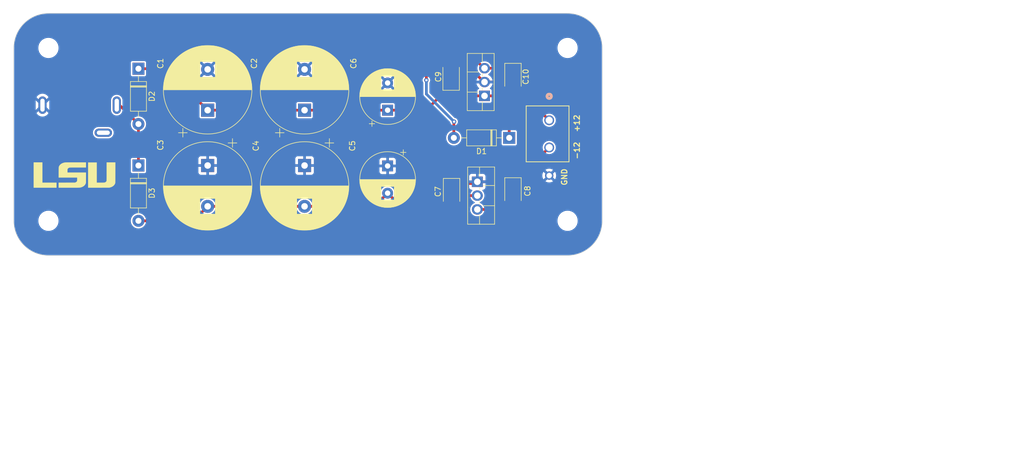
<source format=kicad_pcb>
(kicad_pcb (version 20221018) (generator pcbnew)
  (title_block (title "PSU PCB") (date "2023-10-25") (rev "V1.0"))
  (layers (0 "F.Cu" signal) (31 "B.Cu" power) (34 "B.Paste" user) (35 "F.Paste" user) (36 "B.SilkS" user "B.Silkscreen") (37 "F.SilkS" user "F.Silkscreen") (38 "B.Mask" user) (39 "F.Mask" user) (44 "Edge.Cuts" user))
  (net 0 "")
  (net 1 "Net-(D1-K)")
  (net 2 "GND")
  (net 3 "Net-(D3-A)")
  (net 4 "-12V")
  (net 5 "+12V")
  (net 6 "Net-(D2-A)")
  (footprint "MountingHole:MountingHole_3.2mm_M3" (layer "F.Cu") (at 105.41 85.01)
    (fp_text reference "H1")
    (fp_text value "MountingHole")
    (pad "" np_thru_hole circle (at 0 0) (size 3.2 3.2) (drill 3.2) (layers "F&B.Cu" "*.Mask"))
  )
  (footprint "Package_TO_SOT_THT:TO-220F-3_Vertical" (layer "F.Cu") (at 184.100373 109.590025 -90)
    (fp_text reference "U2" hide)
    (fp_text value "L7912")
    (pad "1" thru_hole rect (at 0 0 270) (size 1.905 2) (drill 1.2) (layers "*.Cu" "*.Mask") (net 2 "GND"))
    (pad "2" thru_hole oval (at 2.54 0 270) (size 1.905 2) (drill 1.2) (layers "*.Cu" "*.Mask") (net 3 "Net-(D3-A)"))
    (pad "3" thru_hole oval (at 5.08 0 270) (size 1.905 2) (drill 1.2) (layers "*.Cu" "*.Mask") (net 4 "-12V"))
  )
  (footprint "MountingHole:MountingHole_3.2mm_M3" (layer "F.Cu") (at 200.66 85.01)
    (fp_text reference "H2")
    (fp_text value "MountingHole")
    (pad "" np_thru_hole circle (at 0 0) (size 3.2 3.2) (drill 3.2) (layers "*.Cu" "*.Mask"))
  )
  (footprint "2_terminal:CONN2_710002_WRE" (layer "F.Cu") (at 197.289553 98.288601 -90)
    (fp_text reference "J2")
    (fp_text value "691137710002")
    (pad "1" thru_hole circle (at 0 0 270) (size 1.8034 1.8034) (drill 1.2954) (layers "*.Cu" "*.Mask") (net 5 "+12V"))
    (pad "2" thru_hole circle (at 5 0 270) (size 1.8034 1.8034) (drill 1.2954) (layers "*.Cu" "*.Mask") (net 4 "-12V"))
    (pad "3" thru_hole circle (at 10.16 0 270) (size 1.524 1.524) (drill 1) (layers "*.Cu" "*.Mask") (net 2 "GND"))
  )
  (footprint "Capacitor_THT:CP_Radial_D10.0mm_P5.00mm" (layer "F.Cu") (at 167.64 96.44 90)
    (fp_text reference "C6" (at 8.58 -6.25 90) (layer "F.SilkS"))
    (fp_text value "2000uF")
    (pad "1" thru_hole rect (at 0 0 90) (size 2 2) (drill 1) (layers "*.Cu" "*.Mask") (net 1 "Net-(D1-K)"))
    (pad "2" thru_hole circle (at 5 0 90) (size 2 2) (drill 1) (layers "*.Cu" "*.Mask") (net 2 "GND"))
  )
  (footprint "Capacitor_THT:CP_Radial_D10.0mm_P5.00mm" (layer "F.Cu") (at 167.64 106.68 -90)
    (fp_text reference "C5" (at -3.684468 6.475651 90) (layer "F.SilkS"))
    (fp_text value "2000uF")
    (pad "1" thru_hole rect (at 0 0 270) (size 2 2) (drill 1) (layers "*.Cu" "*.Mask") (net 2 "GND"))
    (pad "2" thru_hole circle (at 5 0 270) (size 2 2) (drill 1) (layers "*.Cu" "*.Mask") (net 3 "Net-(D3-A)"))
  )
  (footprint "MountingHole:MountingHole_3.2mm_M3" (layer "F.Cu") (at 105.41 116.76)
    (fp_text reference "H3")
    (fp_text value "MountingHole")
    (pad "" np_thru_hole circle (at 0 0) (size 3.2 3.2) (drill 3.2) (layers "*.Cu" "*.Mask"))
  )
  (footprint "Capacitor_Tantalum_SMD:CP_EIA-3528-21_Kemet-B" (layer "F.Cu") (at 190.641402 90.293318 -90)
    (fp_text reference "C10" (at 0 -2.35 90) (layer "F.SilkS"))
    (fp_text value "1uF")
    (pad "1" smd roundrect (at -1.5375 0 270) (size 1.325 2.35) (layers "F.Cu" "F.Paste" "F.Mask") (roundrect_rratio 0.1886792453) (net 5 "+12V"))
    (pad "2" smd roundrect (at 1.5375 0 270) (size 1.325 2.35) (layers "F.Cu" "F.Paste" "F.Mask") (roundrect_rratio 0.1886792453) (net 2 "GND"))
  )
  (footprint "Capacitor_Tantalum_SMD:CP_EIA-3528-21_Kemet-B" (layer "F.Cu") (at 179.371029 111.440202 -90)
    (fp_text reference "C7" (at -0.040181 2.496233 90) (layer "F.SilkS"))
    (fp_text value "1uF")
    (pad "1" smd roundrect (at -1.5375 0 270) (size 1.325 2.35) (layers "F.Cu" "F.Paste" "F.Mask") (roundrect_rratio 0.1886792453) (net 2 "GND"))
    (pad "2" smd roundrect (at 1.5375 0 270) (size 1.325 2.35) (layers "F.Cu" "F.Paste" "F.Mask") (roundrect_rratio 0.1886792453) (net 3 "Net-(D3-A)"))
  )
  (footprint "Capacitor_THT:CP_Radial_D16.0mm_P7.50mm" (layer "F.Cu") (at 152.4 106.6 -90)
    (fp_text reference "C4" (at -3.604468 8.921616 90) (layer "F.SilkS"))
    (fp_text value "4700uF")
    (pad "1" thru_hole rect (at 0 0 270) (size 2.4 2.4) (drill 1.2) (layers "*.Cu" "*.Mask") (net 2 "GND"))
    (pad "2" thru_hole circle (at 7.5 0 270) (size 2.4 2.4) (drill 1.2) (layers "*.Cu" "*.Mask") (net 3 "Net-(D3-A)"))
  )
  (footprint "Capacitor_Tantalum_SMD:CP_EIA-3528-21_Kemet-B" (layer "F.Cu") (at 190.641402 111.305067 -90)
    (fp_text reference "C8" (at -0.007363 -2.672832 90) (layer "F.SilkS"))
    (fp_text value "1uF")
    (pad "1" smd roundrect (at -1.5375 0 270) (size 1.325 2.35) (layers "F.Cu" "F.Paste" "F.Mask") (roundrect_rratio 0.1886792453) (net 2 "GND"))
    (pad "2" smd roundrect (at 1.5375 0 270) (size 1.325 2.35) (layers "F.Cu" "F.Paste" "F.Mask") (roundrect_rratio 0.1886792453) (net 4 "-12V"))
  )
  (footprint "Diode_THT:D_DO-41_SOD81_P10.16mm_Horizontal" (layer "F.Cu") (at 189.950721 101.52 180)
    (fp_text reference "D1" (at 5.08 -2.47) (layer "F.SilkS"))
    (fp_text value "1N4007")
    (pad "1" thru_hole rect (at 0 0 180) (size 2.2 2.2) (drill 1.1) (layers "*.Cu" "*.Mask") (net 1 "Net-(D1-K)"))
    (pad "2" thru_hole oval (at 10.16 0 180) (size 2.2 2.2) (drill 1.1) (layers "*.Cu" "*.Mask") (net 5 "+12V"))
  )
  (footprint "3.5 mm Connector:MJ-3536NG_CUD" (layer "F.Cu") (at 104.316122 95.513631 90)
    (fp_text reference "J1" hide)
    (fp_text value "MJ-3536NG" hide)
    (pad "6" thru_hole oval (at -0.000852 13.627478 270) (size 3.2 1.5) (drill oval 2.4 0.8) (layers "*.Cu" "*.Mask") (net 6 "Net-(D2-A)"))
    (pad "6" thru_hole oval (at 0 0 270) (size 3.2 1.5) (drill oval 2.4 0.8) (layers "*.Cu" "*.Mask") (net 2 "GND"))
    (pad "7" thru_hole oval (at -5.061424 11.157233 180) (size 3.2 1.5) (drill oval 2.4 0.8) (layers "*.Cu" "*.Mask"))
  )
  (footprint "Capacitor_THT:CP_Radial_D16.0mm_P7.50mm" (layer "F.Cu") (at 152.4 96.44 90)
    (fp_text reference "C2" (at 8.58 -9.25 90) (layer "F.SilkS"))
    (fp_text value "4700uf")
    (pad "1" thru_hole rect (at 0 0 90) (size 2.4 2.4) (drill 1.2) (layers "*.Cu" "*.Mask") (net 1 "Net-(D1-K)"))
    (pad "2" thru_hole circle (at 7.5 0 90) (size 2.4 2.4) (drill 1.2) (layers "*.Cu" "*.Mask") (net 2 "GND"))
  )
  (footprint "Capacitor_THT:CP_Radial_D16.0mm_P7.50mm" (layer "F.Cu") (at 134.62 106.6 -90)
    (fp_text reference "C3" (at -3.74 8.66 90) (layer "F.SilkS"))
    (fp_text value "4700uf")
    (pad "1" thru_hole rect (at 0 0 270) (size 2.4 2.4) (drill 1.2) (layers "*.Cu" "*.Mask") (net 2 "GND"))
    (pad "2" thru_hole circle (at 7.5 0 270) (size 2.4 2.4) (drill 1.2) (layers "*.Cu" "*.Mask") (net 3 "Net-(D3-A)"))
  )
  (footprint "Capacitor_THT:CP_Radial_D16.0mm_P7.50mm" (layer "F.Cu") (at 134.62 96.44 90)
    (fp_text reference "C1" (at 8.58 -8.66 90) (layer "F.SilkS"))
    (fp_text value "4700uf")
    (pad "1" thru_hole rect (at 0 0 90) (size 2.4 2.4) (drill 1.2) (layers "*.Cu" "*.Mask") (net 1 "Net-(D1-K)"))
    (pad "2" thru_hole circle (at 7.5 0 90) (size 2.4 2.4) (drill 1.2) (layers "*.Cu" "*.Mask") (net 2 "GND"))
  )
  (footprint "Package_TO_SOT_THT:TO-220F-3_Vertical" (layer "F.Cu") (at 185.42 93.80977 90)
    (fp_text reference "LM7812" hide)
    (fp_text value "L7812")
    (pad "1" thru_hole rect (at 0 0 90) (size 1.905 2) (drill 1.2) (layers "*.Cu" "*.Mask") (net 1 "Net-(D1-K)"))
    (pad "2" thru_hole oval (at 2.54 0 90) (size 1.905 2) (drill 1.2) (layers "*.Cu" "*.Mask") (net 2 "GND"))
    (pad "3" thru_hole oval (at 5.08 0 90) (size 1.905 2) (drill 1.2) (layers "*.Cu" "*.Mask") (net 5 "+12V"))
  )
  (footprint "Diode_THT:D_DO-41_SOD81_P10.16mm_Horizontal" (layer "F.Cu") (at 121.92 88.82 -90)
    (fp_text reference "D2" (at 5.08 -2.47 90) (layer "F.SilkS"))
    (fp_text value "1N4007")
    (pad "1" thru_hole rect (at 0 0 270) (size 2.2 2.2) (drill 1.1) (layers "*.Cu" "*.Mask") (net 1 "Net-(D1-K)"))
    (pad "2" thru_hole oval (at 10.16 0 270) (size 2.2 2.2) (drill 1.1) (layers "*.Cu" "*.Mask") (net 6 "Net-(D2-A)"))
  )
  (footprint "MountingHole:MountingHole_3.2mm_M3" (layer "F.Cu") (at 200.66 116.76)
    (fp_text reference "H4")
    (fp_text value "MountingHole")
    (pad "" np_thru_hole circle (at 0 0) (size 3.2 3.2) (drill 3.2) (layers "*.Cu" "*.Mask"))
  )
  (footprint "Capacitor_Tantalum_SMD:CP_EIA-3528-21_Kemet-B" (layer "F.Cu") (at 179.291379 90.317481 90)
    (fp_text reference "C9" (at 0 -2.35 90) (layer "F.SilkS"))
    (fp_text value "1uF")
    (pad "1" smd roundrect (at -1.5375 0 90) (size 1.325 2.35) (layers "F.Cu" "F.Paste" "F.Mask") (roundrect_rratio 0.1886792453) (net 1 "Net-(D1-K)"))
    (pad "2" smd roundrect (at 1.5375 0 90) (size 1.325 2.35) (layers "F.Cu" "F.Paste" "F.Mask") (roundrect_rratio 0.1886792453) (net 2 "GND"))
  )
  (footprint "Diode_THT:D_DO-41_SOD81_P10.16mm_Horizontal" (layer "F.Cu") (at 121.92 106.6 -90)
    (fp_text reference "D3" (at 5.08 -2.47 90) (layer "F.SilkS"))
    (fp_text value "1N4007")
    (pad "1" thru_hole rect (at 0 0 270) (size 2.2 2.2) (drill 1.1) (layers "*.Cu" "*.Mask") (net 6 "Net-(D2-A)"))
    (pad "2" thru_hole oval (at 10.16 0 270) (size 2.2 2.2) (drill 1.1) (layers "*.Cu" "*.Mask") (net 3 "Net-(D3-A)"))
  )
  (footprint "LOGO" (layer "F.Cu") (at 110.185849 108.351118)
    (fp_text reference "" hide)
    (fp_text value "" (at 0.75 0) (layer "F.SilkS") (effects (font (size 1.5 1.5) (thickness 0.3))))
  )
  (gr_line (start 99.06 85.01) (end 99.06 116.76) (stroke (width 0.1)) (layer "Edge.Cuts"))
  (gr_arc (start 99.06 85.01) (mid 100.919872 80.519872) (end 105.41 78.66) (stroke (width 0.1)) (layer "Edge.Cuts"))
  (gr_line (start 105.41 123.11) (end 200.66 123.11) (stroke (width 0.1)) (layer "Edge.Cuts"))
  (gr_line (start 200.66 78.66) (end 105.41 78.66) (stroke (width 0.1)) (layer "Edge.Cuts"))
  (gr_arc (start 105.41 123.11) (mid 100.919872 121.250128) (end 99.06 116.76) (stroke (width 0.1)) (layer "Edge.Cuts"))
  (gr_line (start 207.01 116.76) (end 207.01 85.01) (stroke (width 0.1)) (layer "Edge.Cuts"))
  (gr_arc (start 207.01 116.76) (mid 205.150128 121.250128) (end 200.66 123.11) (stroke (width 0.1)) (layer "Edge.Cuts"))
  (gr_arc (start 200.66 78.66) (mid 205.150128 80.519872) (end 207.01 85.01) (stroke (width 0.1)) (layer "Edge.Cuts"))
  (gr_text "+12" (at 202.96 98.86 90) (layer "F.SilkS") (effects (font (size 1 1) (thickness 0.2) bold) (justify bottom)))
  (gr_text "GND\n" (at 200.66 108.712 90) (layer "F.SilkS") (effects (font (size 1 1) (thickness 0.2) bold) (justify bottom)))
  (gr_text "-12" (at 202.96 103.86 90) (layer "F.SilkS") (effects (font (size 1 1) (thickness 0.2) bold) (justify bottom)))
  (segment (start 189.950721 96.058008) (end 189.950721 101.52) (width 0.5) (layer "F.Cu") (net 1))
  (segment (start 167.64 96.44) (end 174.70636 96.44) (width 0.5) (layer "F.Cu") (net 1))
  (segment (start 134.62 96.44) (end 152.4 96.44) (width 0.5) (layer "F.Cu") (net 1))
  (segment (start 181.246168 93.80977) (end 185.42 93.80977) (width 0.5) (layer "F.Cu") (net 1))
  (segment (start 185.42 93.80977) (end 187.862895 93.80977) (width 0.5) (layer "F.Cu") (net 1))
  (segment (start 190.030927 95.977802) (end 189.950721 96.058008) (width 0.5) (layer "F.Cu") (net 1))
  (segment (start 127 88.82) (end 134.62 96.44) (width 0.5) (layer "F.Cu") (net 1))
  (segment (start 179.291379 91.854981) (end 181.246168 93.80977) (width 0.5) (layer "F.Cu") (net 1))
  (segment (start 121.92 88.82) (end 127 88.82) (width 0.5) (layer "F.Cu") (net 1))
  (segment (start 187.862895 93.80977) (end 190.030927 95.977802) (width 0.5) (layer "F.Cu") (net 1))
  (segment (start 152.4 96.44) (end 167.64 96.44) (width 0.5) (layer "F.Cu") (net 1))
  (segment (start 174.70636 96.44) (end 179.291379 91.854981) (width 0.5) (layer "F.Cu") (net 1))
  (segment (start 179.291379 88.779981) (end 179.713558 88.357802) (width 0.5) (layer "F.Cu") (net 2))
  (segment (start 190.080354 91.26977) (end 185.42 91.26977) (width 0.5) (layer "F.Cu") (net 2))
  (segment (start 190.641402 109.767567) (end 190.46386 109.590025) (width 0.5) (layer "F.Cu") (net 2))
  (segment (start 179.713558 88.357802) (end 182.410927 88.357802) (width 0.5) (layer "F.Cu") (net 2))
  (segment (start 182.410927 88.357802) (end 185.322895 91.26977) (width 0.5) (layer "F.Cu") (net 2))
  (segment (start 190.46386 109.590025) (end 184.100373 109.590025) (width 0.5) (layer "F.Cu") (net 2))
  (segment (start 183.787696 109.902702) (end 184.100373 109.590025) (width 0.5) (layer "F.Cu") (net 2))
  (segment (start 185.322895 91.26977) (end 185.42 91.26977) (width 0.5) (layer "F.Cu") (net 2))
  (segment (start 190.641402 91.830818) (end 190.080354 91.26977) (width 0.5) (layer "F.Cu") (net 2))
  (segment (start 179.371029 109.902702) (end 183.787696 109.902702) (width 0.5) (layer "F.Cu") (net 2))
  (segment (start 180.218706 112.130025) (end 184.100373 112.130025) (width 0.5) (layer "F.Cu") (net 3))
  (segment (start 152.4 114.1) (end 165.22 114.1) (width 0.5) (layer "F.Cu") (net 3))
  (segment (start 167.64 111.68) (end 168.937702 112.977702) (width 0.5) (layer "F.Cu") (net 3))
  (segment (start 165.22 114.1) (end 167.64 111.68) (width 0.5) (layer "F.Cu") (net 3))
  (segment (start 168.937702 112.977702) (end 179.371029 112.977702) (width 0.5) (layer "F.Cu") (net 3))
  (segment (start 131.96 116.76) (end 134.62 114.1) (width 0.5) (layer "F.Cu") (net 3))
  (segment (start 121.92 116.76) (end 131.96 116.76) (width 0.5) (layer "F.Cu") (net 3))
  (segment (start 134.62 114.1) (end 152.4 114.1) (width 0.5) (layer "F.Cu") (net 3))
  (segment (start 179.371029 112.977702) (end 180.218706 112.130025) (width 0.5) (layer "F.Cu") (net 3))
  (segment (start 193.548 114.808) (end 194.564 113.792) (width 0.5) (layer "F.Cu") (net 4))
  (segment (start 190.641402 112.842567) (end 190.641402 112.917402) (width 0.5) (layer "F.Cu") (net 4))
  (segment (start 190.641402 112.917402) (end 192.532 114.808) (width 0.5) (layer "F.Cu") (net 4))
  (segment (start 194.564 106.014154) (end 197.289553 103.288601) (width 0.5) (layer "F.Cu") (net 4))
  (segment (start 194.564 113.792) (end 194.564 106.014154) (width 0.5) (layer "F.Cu") (net 4))
  (segment (start 188.813944 114.670025) (end 190.641402 112.842567) (width 0.5) (layer "F.Cu") (net 4))
  (segment (start 192.532 114.808) (end 193.548 114.808) (width 0.5) (layer "F.Cu") (net 4))
  (segment (start 184.100373 114.670025) (end 188.813944 114.670025) (width 0.5) (layer "F.Cu") (net 4))
  (segment (start 190.641402 88.755818) (end 192.968943 88.755818) (width 0.5) (layer "F.Cu") (net 5))
  (segment (start 174.752 88.396729) (end 177.330927 85.817802) (width 0.5) (layer "F.Cu") (net 5))
  (segment (start 177.330927 85.817802) (end 182.410927 85.817802) (width 0.5) (layer "F.Cu") (net 5))
  (segment (start 185.322895 88.72977) (end 185.42 88.72977) (width 0.5) (layer "F.Cu") (net 5))
  (segment (start 185.42 88.72977) (end 190.615354 88.72977) (width 0.5) (layer "F.Cu") (net 5))
  (segment (start 192.968943 88.755818) (end 195.110927 90.897802) (width 0.5) (layer "F.Cu") (net 5))
  (segment (start 190.615354 88.72977) (end 190.641402 88.755818) (width 0.5) (layer "F.Cu") (net 5))
  (segment (start 195.110927 90.897802) (end 195.110927 96.109975) (width 0.5) (layer "F.Cu") (net 5))
  (segment (start 182.410927 85.817802) (end 185.322895 88.72977) (width 0.5) (layer "F.Cu") (net 5))
  (segment (start 174.752 90.932) (end 174.752 88.396729) (width 0.5) (layer "F.Cu") (net 5))
  (segment (start 179.790721 98.593279) (end 179.832 98.552) (width 0.5) (layer "F.Cu") (net 5))
  (segment (start 179.790721 101.52) (end 179.790721 98.593279) (width 0.5) (layer "F.Cu") (net 5))
  (segment (start 195.110927 96.109975) (end 197.289553 98.288601) (width 0.5) (layer "F.Cu") (net 5))
  (via (at 174.752 90.932) (size 0.8) (drill 0.4) (layers "F.Cu" "B.Cu") (net 5))
  (via (at 179.832 98.552) (size 0.8) (drill 0.4) (layers "F.Cu" "B.Cu") (net 5))
  (segment (start 174.752 93.472) (end 174.752 90.932) (width 0.5) (layer "B.Cu") (net 5))
  (segment (start 179.832 98.552) (end 174.752 93.472) (width 0.5) (layer "B.Cu") (net 5))
  (segment (start 121.92 98.98) (end 121.92 106.6) (width 0.5) (layer "F.Cu") (net 6))
  (segment (start 117.9436 95.514483) (end 118.454483 95.514483) (width 0.5) (layer "F.Cu") (net 6))
  (segment (start 118.454483 95.514483) (end 121.92 98.98) (width 0.5) (layer "F.Cu") (net 6))
  (zone (net 2) (net_name "GND") (layer "B.Cu") (connect_pads (clearance 0.3)) (min_thickness 0.25) (fill yes (thermal_gap 0.5) (thermal_bridge_width 0.5))
    (polygon (pts (xy 96.52 76.2) (xy 210.82 76.2) (xy 210.82 127) (xy 96.52 127)))
  )
)
</source>
